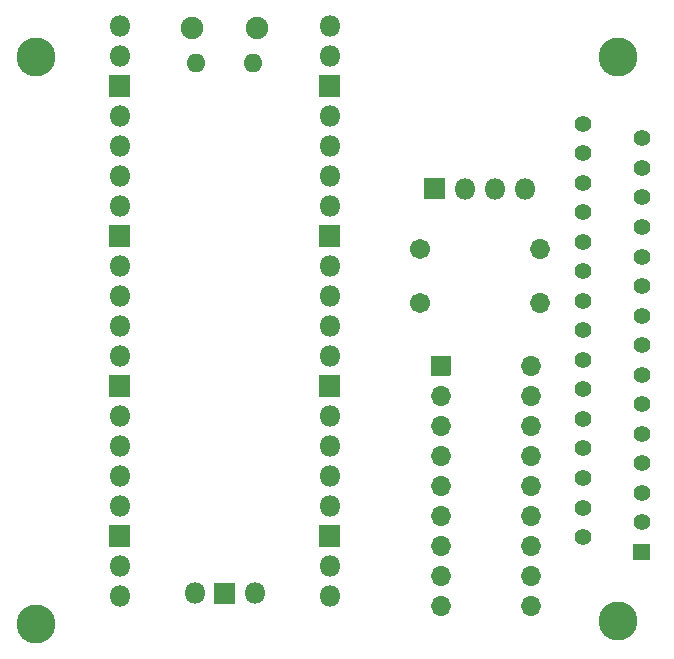
<source format=gbr>
G04 #@! TF.GenerationSoftware,KiCad,Pcbnew,(5.1.10)-1*
G04 #@! TF.CreationDate,2021-07-09T21:47:44+10:00*
G04 #@! TF.ProjectId,A600Keyboard_USB_Pico,41363030-4b65-4796-926f-6172645f5553,rev?*
G04 #@! TF.SameCoordinates,Original*
G04 #@! TF.FileFunction,Soldermask,Bot*
G04 #@! TF.FilePolarity,Negative*
%FSLAX46Y46*%
G04 Gerber Fmt 4.6, Leading zero omitted, Abs format (unit mm)*
G04 Created by KiCad (PCBNEW (5.1.10)-1) date 2021-07-09 21:47:44*
%MOMM*%
%LPD*%
G01*
G04 APERTURE LIST*
%ADD10C,3.302000*%
%ADD11O,1.702000X1.702000*%
%ADD12C,1.402000*%
%ADD13O,1.802000X1.802000*%
%ADD14O,1.602000X1.602000*%
%ADD15O,1.902000X1.902000*%
%ADD16C,1.702000*%
G04 APERTURE END LIST*
D10*
X185674000Y-68580000D03*
D11*
X178308000Y-94742000D03*
X170688000Y-115062000D03*
X178308000Y-97282000D03*
X170688000Y-112522000D03*
X178308000Y-99822000D03*
X170688000Y-109982000D03*
X178308000Y-102362000D03*
X170688000Y-107442000D03*
X178308000Y-104902000D03*
X170688000Y-104902000D03*
X178308000Y-107442000D03*
X170688000Y-102362000D03*
X178308000Y-109982000D03*
X170688000Y-99822000D03*
X178308000Y-112522000D03*
X170688000Y-97282000D03*
X178308000Y-115062000D03*
G36*
G01*
X169837000Y-95542000D02*
X169837000Y-93942000D01*
G75*
G02*
X169888000Y-93891000I51000J0D01*
G01*
X171488000Y-93891000D01*
G75*
G02*
X171539000Y-93942000I0J-51000D01*
G01*
X171539000Y-95542000D01*
G75*
G02*
X171488000Y-95593000I-51000J0D01*
G01*
X169888000Y-95593000D01*
G75*
G02*
X169837000Y-95542000I0J51000D01*
G01*
G37*
D12*
X182706000Y-86739999D03*
X187706000Y-87989999D03*
X182706000Y-89239999D03*
X187706000Y-90489999D03*
X182706000Y-91739999D03*
X187706000Y-92989999D03*
X182706000Y-94239999D03*
X187706000Y-95490000D03*
X182706000Y-96740000D03*
X187706000Y-97990000D03*
X182706000Y-99240000D03*
X187706000Y-100490000D03*
X182706000Y-101740000D03*
X187706000Y-102990000D03*
X182706000Y-104240000D03*
X187706000Y-105490000D03*
X182706000Y-106740000D03*
X187706000Y-107990000D03*
X182706000Y-109240000D03*
G36*
G01*
X188356000Y-111191000D02*
X187056000Y-111191000D01*
G75*
G02*
X187005000Y-111140000I0J51000D01*
G01*
X187005000Y-109840000D01*
G75*
G02*
X187056000Y-109789000I51000J0D01*
G01*
X188356000Y-109789000D01*
G75*
G02*
X188407000Y-109840000I0J-51000D01*
G01*
X188407000Y-111140000D01*
G75*
G02*
X188356000Y-111191000I-51000J0D01*
G01*
G37*
X187706000Y-85489999D03*
X182706000Y-84239999D03*
X187706000Y-82989999D03*
X182706000Y-81739999D03*
X187706000Y-80489999D03*
X182706000Y-79239999D03*
X187706000Y-77989999D03*
X182706000Y-76739999D03*
X187706000Y-75489999D03*
X182706000Y-74239999D03*
D10*
X185674000Y-116332000D03*
D13*
X154940000Y-114011000D03*
G36*
G01*
X151499000Y-114861000D02*
X151499000Y-113161000D01*
G75*
G02*
X151550000Y-113110000I51000J0D01*
G01*
X153250000Y-113110000D01*
G75*
G02*
X153301000Y-113161000I0J-51000D01*
G01*
X153301000Y-114861000D01*
G75*
G02*
X153250000Y-114912000I-51000J0D01*
G01*
X151550000Y-114912000D01*
G75*
G02*
X151499000Y-114861000I0J51000D01*
G01*
G37*
X149860000Y-114011000D03*
D14*
X154825000Y-69141000D03*
X149975000Y-69141000D03*
D15*
X155125000Y-66111000D03*
X149675000Y-66111000D03*
D13*
X161290000Y-65981000D03*
X161290000Y-68521000D03*
G36*
G01*
X160389000Y-71911000D02*
X160389000Y-70211000D01*
G75*
G02*
X160440000Y-70160000I51000J0D01*
G01*
X162140000Y-70160000D01*
G75*
G02*
X162191000Y-70211000I0J-51000D01*
G01*
X162191000Y-71911000D01*
G75*
G02*
X162140000Y-71962000I-51000J0D01*
G01*
X160440000Y-71962000D01*
G75*
G02*
X160389000Y-71911000I0J51000D01*
G01*
G37*
X161290000Y-73601000D03*
X161290000Y-76141000D03*
X161290000Y-78681000D03*
X161290000Y-81221000D03*
G36*
G01*
X160389000Y-84611000D02*
X160389000Y-82911000D01*
G75*
G02*
X160440000Y-82860000I51000J0D01*
G01*
X162140000Y-82860000D01*
G75*
G02*
X162191000Y-82911000I0J-51000D01*
G01*
X162191000Y-84611000D01*
G75*
G02*
X162140000Y-84662000I-51000J0D01*
G01*
X160440000Y-84662000D01*
G75*
G02*
X160389000Y-84611000I0J51000D01*
G01*
G37*
X161290000Y-86301000D03*
X161290000Y-88841000D03*
X161290000Y-91381000D03*
X161290000Y-93921000D03*
G36*
G01*
X160389000Y-97311000D02*
X160389000Y-95611000D01*
G75*
G02*
X160440000Y-95560000I51000J0D01*
G01*
X162140000Y-95560000D01*
G75*
G02*
X162191000Y-95611000I0J-51000D01*
G01*
X162191000Y-97311000D01*
G75*
G02*
X162140000Y-97362000I-51000J0D01*
G01*
X160440000Y-97362000D01*
G75*
G02*
X160389000Y-97311000I0J51000D01*
G01*
G37*
X161290000Y-99001000D03*
X161290000Y-101541000D03*
X161290000Y-104081000D03*
X161290000Y-106621000D03*
G36*
G01*
X160389000Y-110011000D02*
X160389000Y-108311000D01*
G75*
G02*
X160440000Y-108260000I51000J0D01*
G01*
X162140000Y-108260000D01*
G75*
G02*
X162191000Y-108311000I0J-51000D01*
G01*
X162191000Y-110011000D01*
G75*
G02*
X162140000Y-110062000I-51000J0D01*
G01*
X160440000Y-110062000D01*
G75*
G02*
X160389000Y-110011000I0J51000D01*
G01*
G37*
X161290000Y-111701000D03*
X161290000Y-114241000D03*
X143510000Y-114241000D03*
X143510000Y-111701000D03*
G36*
G01*
X142609000Y-110011000D02*
X142609000Y-108311000D01*
G75*
G02*
X142660000Y-108260000I51000J0D01*
G01*
X144360000Y-108260000D01*
G75*
G02*
X144411000Y-108311000I0J-51000D01*
G01*
X144411000Y-110011000D01*
G75*
G02*
X144360000Y-110062000I-51000J0D01*
G01*
X142660000Y-110062000D01*
G75*
G02*
X142609000Y-110011000I0J51000D01*
G01*
G37*
X143510000Y-106621000D03*
X143510000Y-104081000D03*
X143510000Y-101541000D03*
X143510000Y-99001000D03*
G36*
G01*
X142609000Y-97311000D02*
X142609000Y-95611000D01*
G75*
G02*
X142660000Y-95560000I51000J0D01*
G01*
X144360000Y-95560000D01*
G75*
G02*
X144411000Y-95611000I0J-51000D01*
G01*
X144411000Y-97311000D01*
G75*
G02*
X144360000Y-97362000I-51000J0D01*
G01*
X142660000Y-97362000D01*
G75*
G02*
X142609000Y-97311000I0J51000D01*
G01*
G37*
X143510000Y-93921000D03*
X143510000Y-91381000D03*
X143510000Y-88841000D03*
X143510000Y-86301000D03*
G36*
G01*
X142609000Y-84611000D02*
X142609000Y-82911000D01*
G75*
G02*
X142660000Y-82860000I51000J0D01*
G01*
X144360000Y-82860000D01*
G75*
G02*
X144411000Y-82911000I0J-51000D01*
G01*
X144411000Y-84611000D01*
G75*
G02*
X144360000Y-84662000I-51000J0D01*
G01*
X142660000Y-84662000D01*
G75*
G02*
X142609000Y-84611000I0J51000D01*
G01*
G37*
X143510000Y-81221000D03*
X143510000Y-78681000D03*
X143510000Y-76141000D03*
X143510000Y-73601000D03*
G36*
G01*
X142609000Y-71911000D02*
X142609000Y-70211000D01*
G75*
G02*
X142660000Y-70160000I51000J0D01*
G01*
X144360000Y-70160000D01*
G75*
G02*
X144411000Y-70211000I0J-51000D01*
G01*
X144411000Y-71911000D01*
G75*
G02*
X144360000Y-71962000I-51000J0D01*
G01*
X142660000Y-71962000D01*
G75*
G02*
X142609000Y-71911000I0J51000D01*
G01*
G37*
X143510000Y-68521000D03*
X143510000Y-65981000D03*
D11*
X179070000Y-84836000D03*
D16*
X168910000Y-84836000D03*
D11*
X179070000Y-89408000D03*
D16*
X168910000Y-89408000D03*
D10*
X136398000Y-68580000D03*
X136398000Y-116586000D03*
D13*
X177800000Y-79756000D03*
X175260000Y-79756000D03*
X172720000Y-79756000D03*
G36*
G01*
X171030000Y-80657000D02*
X169330000Y-80657000D01*
G75*
G02*
X169279000Y-80606000I0J51000D01*
G01*
X169279000Y-78906000D01*
G75*
G02*
X169330000Y-78855000I51000J0D01*
G01*
X171030000Y-78855000D01*
G75*
G02*
X171081000Y-78906000I0J-51000D01*
G01*
X171081000Y-80606000D01*
G75*
G02*
X171030000Y-80657000I-51000J0D01*
G01*
G37*
M02*

</source>
